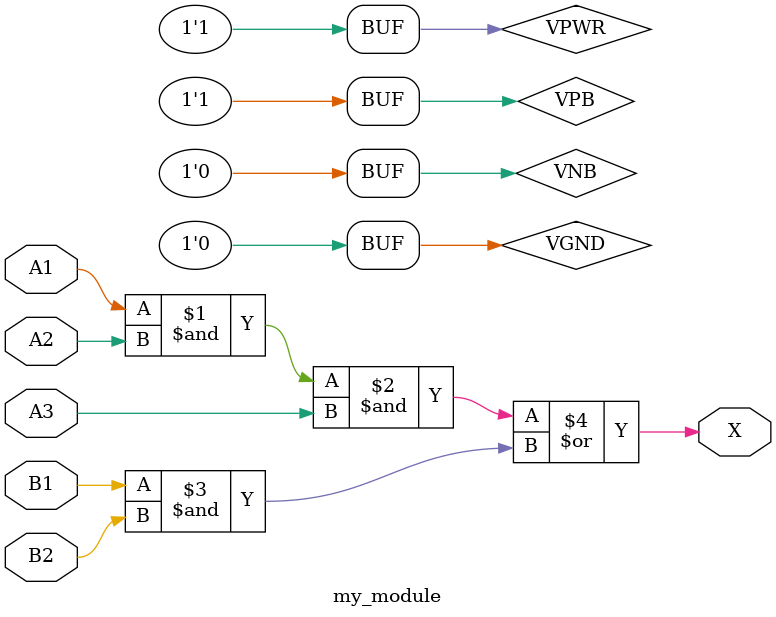
<source format=v>
module my_module (
    X ,
    A1,
    A2,
    A3,
    B1,
    B2
);

    output X ;
    input  A1;
    input  A2;
    input  A3;
    input  B1;
    input  B2;

    // Voltage supply signals
    supply1 VPWR;
    supply0 VGND;
    supply1 VPB ;
    supply0 VNB ;

    assign X = (A1 & A2 & A3) | (B1 & B2);

endmodule
</source>
